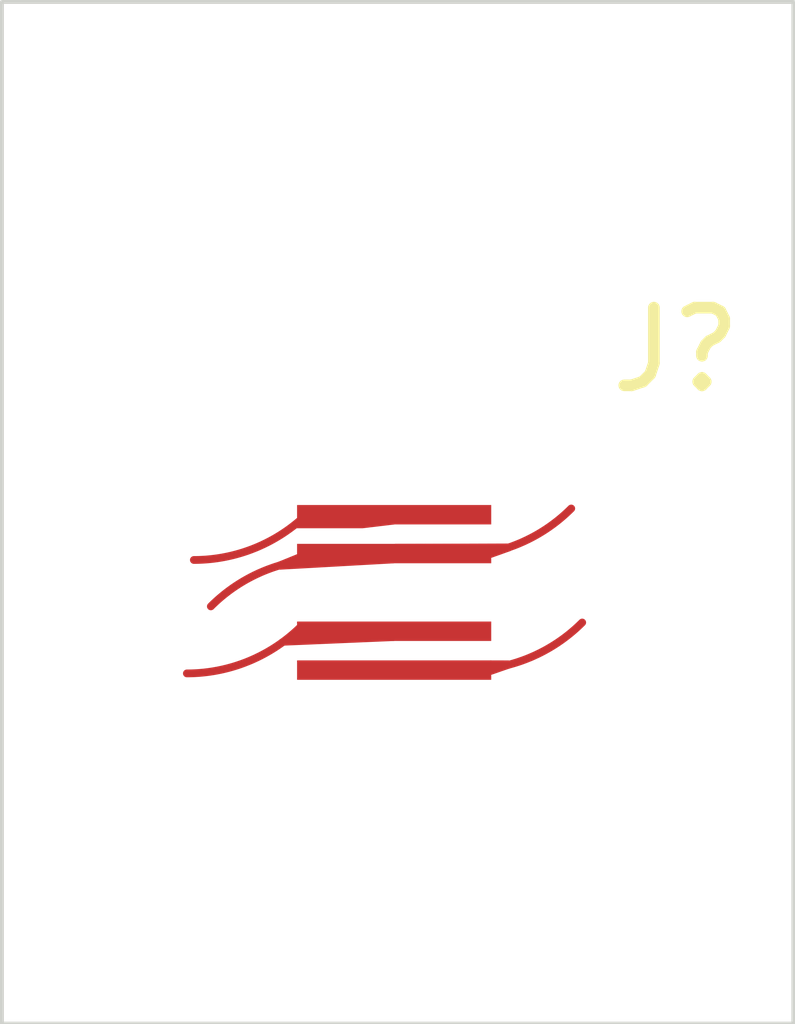
<source format=kicad_pcb>
(kicad_pcb (version 20240225) (generator "pcbnew") (generator_version "8.99")
  (layers (0 "F.Cu" signal) (31 "B.Cu" signal) (34 "B.Paste" user) (35 "F.Paste" user) (36 "B.SilkS" user "B.Silkscreen") (37 "F.SilkS" user "F.Silkscreen") (38 "B.Mask" user) (39 "F.Mask" user) (44 "Edge.Cuts" user))
  (net 0 "")
  (net 1 "/OUT_CAM0_SCL")
  (net 2 "GND")
  (net 3 "/SYNC_ZRGB")
  (footprint "Don-Con:FFC_Pads_01x22_P0.5mm_3mm-stiffener" (layer "F.Cu") (at 66.42 53.84)
    (property "Reference" "J?" (at 5.08 0.13 0) (layer "F.SilkS"))
    (property "Value" "Vision_Module" (hide yes))
    (pad "16" smd rect (at 1.45 2.25) (size 2.5 0.25) (layers "F.Cu") (net 2 "GND"))
    (pad "17" smd rect (at 1.45 2.75) (size 2.5 0.25) (layers "F.Cu") (net 3 "/SYNC_ZRGB"))
    (pad "19" smd rect (at 1.45 3.75) (size 2.5 0.25) (layers "F.Cu") (net 2 "GND"))
    (pad "20" smd rect (at 1.45 4.25) (size 2.5 0.25) (layers "F.Cu") (net 1 "/OUT_CAM0_SCL"))
  )
  (gr_rect (start 62.82 49.49) (end 73.01 62.64) (stroke (width 0.05)) (fill none) (layer "Edge.Cuts"))
  (arc (start 70.291079 57.4775) (mid 69.612644 57.930816) (end 68.812374 58.09) (width 0.1) (layer "F.Cu") (net 1))
  (arc (start 66.68 57.52) (mid 66.001565 57.973316) (end 65.201295 58.1325) (width 0.1) (layer "F.Cu") (net 2))
  (arc (start 66.77 56.06) (mid 66.091565 56.513316) (end 65.291295 56.6725) (width 0.1) (layer "F.Cu") (net 2))
  (arc (start 70.15 56.01) (mid 69.471565 56.463316) (end 68.671295 56.6225) (width 0.1) (layer "F.Cu") (net 3))
  (arc (start 65.51 57.27) (mid 66.188435 56.816684) (end 66.988705 56.6575) (width 0.1) (layer "F.Cu") (net 3))
)
</source>
